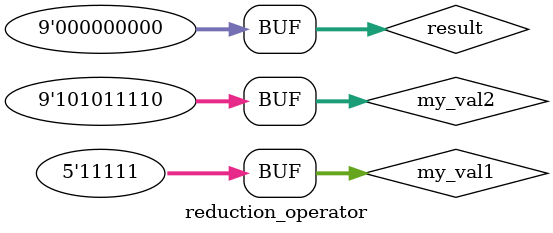
<source format=v>
module reduction_operator ();

    reg [4:0] my_val1 = 5'b1_1111;
    reg [8:0] my_val2 = 9'b1_0101_1110;
    reg [8:0] result;

    initial begin
        $monitor("MON my_val1=%b, my_val2=%b, result=%b", my_val1, my_val2, result);
    end

    initial begin
        result = &my_val1; // AND Reduction 11111 
                           // result        1
        #1;
        result = &my_val2; // AND           101011110
                           // result        0
        #1;
        result = ~&my_val2; // NAND         101011110
                            // result       1
        #1;
        result = ~&my_val1; // NAND         11111
                            // result       0

        #1;
        result = |my_val2; // OR           010100001
                           // result       1

        #1;
        result = ~|my_val2; // NOR          010100001
                            // result       0

        #1;
        result = ^my_val1; // XOR          11111
                           // result       1

       #1;
       result = ~^my_val1; // NXOR         11111
                           // result       0

    end

endmodule
</source>
